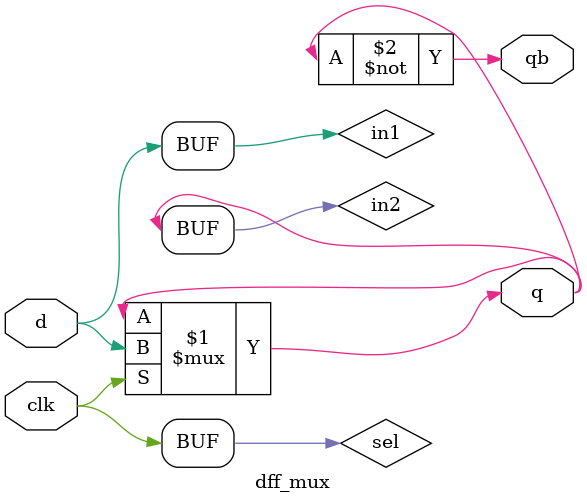
<source format=v>
module dff_mux(input d, input clk, output q,qb);

wire in1,in2,sel;

assign in1=d;
assign in2=q;
assign sel=clk;

assign q=sel?in1:in2;
assign qb=~q;


endmodule

</source>
